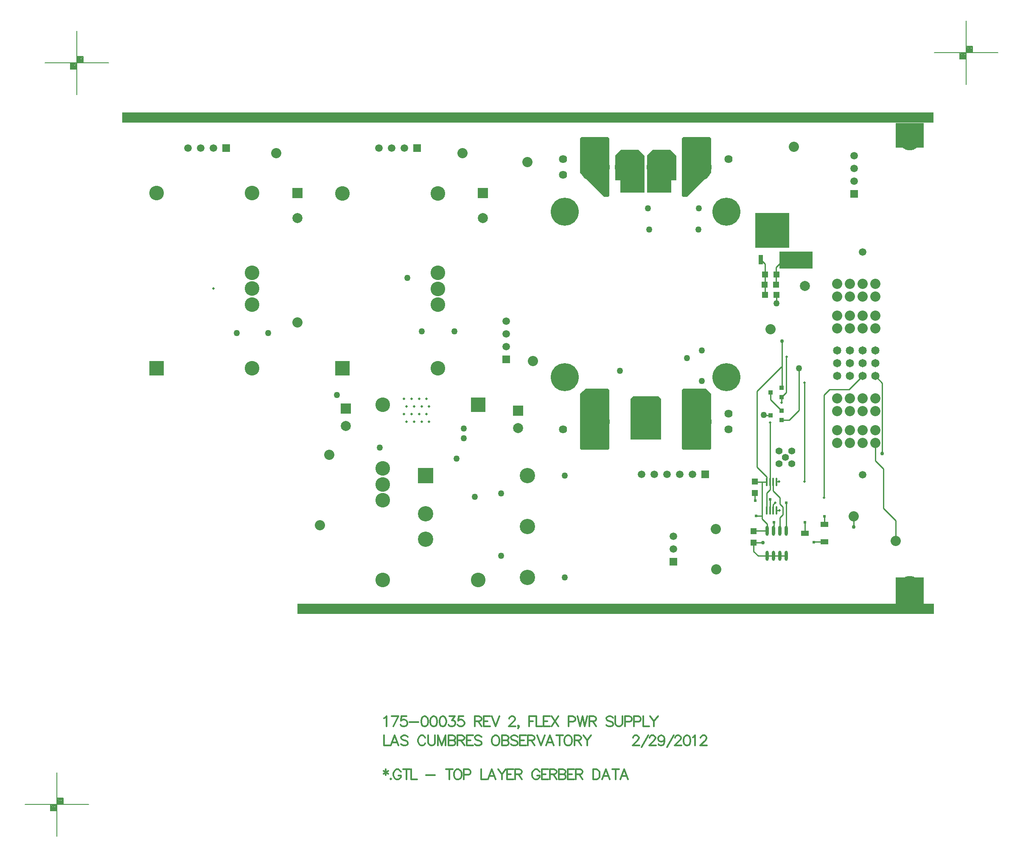
<source format=gtl>
%FSLAX23Y23*%
%MOIN*%
G70*
G01*
G75*
G04 Layer_Physical_Order=1*
G04 Layer_Color=255*
%ADD10R,0.036X0.036*%
%ADD11R,0.050X0.050*%
%ADD12R,0.059X0.039*%
%ADD13O,0.014X0.067*%
%ADD14O,0.024X0.079*%
%ADD15R,0.050X0.050*%
%ADD16R,0.268X0.272*%
%ADD17R,0.037X0.075*%
%ADD18C,0.010*%
%ADD19C,0.020*%
%ADD20C,0.012*%
%ADD21R,5.000X0.079*%
%ADD22R,0.221X0.206*%
%ADD23R,6.378X0.079*%
%ADD24R,0.221X0.197*%
%ADD25R,0.262X0.135*%
%ADD26C,0.008*%
%ADD27C,0.012*%
%ADD28C,0.012*%
%ADD29R,0.059X0.059*%
%ADD30C,0.059*%
%ADD31C,0.157*%
%ADD32C,0.080*%
%ADD33C,0.079*%
%ADD34R,0.079X0.079*%
%ADD35R,0.120X0.120*%
%ADD36C,0.120*%
%ADD37C,0.055*%
%ADD38C,0.065*%
%ADD39C,0.115*%
%ADD40R,0.115X0.115*%
%ADD41C,0.037*%
%ADD42C,0.233*%
%ADD43C,0.220*%
%ADD44C,0.064*%
%ADD45C,0.020*%
%ADD46R,0.059X0.059*%
%ADD47C,0.030*%
%ADD48C,0.050*%
%ADD49C,0.024*%
G36*
X51249Y33557D02*
Y33237D01*
X51009D01*
Y33557D01*
X51029Y33577D01*
X51229D01*
X51249Y33557D01*
D02*
G37*
G36*
X51644Y33597D02*
Y33167D01*
X51634Y33157D01*
X51424D01*
X51414Y33167D01*
Y33627D01*
X51424Y33637D01*
X51599D01*
X51644Y33597D01*
D02*
G37*
G36*
X50844Y33627D02*
Y33167D01*
X50834Y33157D01*
X50624D01*
X50614Y33167D01*
Y33597D01*
X50659Y33637D01*
X50834D01*
X50844Y33627D01*
D02*
G37*
G36*
Y35602D02*
Y35152D01*
X50834Y35142D01*
X50804D01*
X50614Y35332D01*
Y35602D01*
X50624Y35612D01*
X50834D01*
X50844Y35602D01*
D02*
G37*
G36*
X51369Y35467D02*
Y35272D01*
X51329D01*
Y35177D01*
X51139D01*
Y35467D01*
X51184Y35512D01*
X51324D01*
X51369Y35467D01*
D02*
G37*
G36*
X51119D02*
Y35177D01*
X50929D01*
Y35272D01*
X50889D01*
Y35467D01*
X50934Y35512D01*
X51074D01*
X51119Y35467D01*
D02*
G37*
G36*
X51644Y35602D02*
Y35332D01*
X51454Y35142D01*
X51424D01*
X51414Y35152D01*
Y35602D01*
X51424Y35612D01*
X51634D01*
X51644Y35602D01*
D02*
G37*
D10*
X52195Y33643D02*
D03*
X52109Y33606D02*
D03*
X52195Y33569D02*
D03*
Y33463D02*
D03*
X52109Y33426D02*
D03*
X52195Y33389D02*
D03*
D11*
X51978Y32425D02*
D03*
Y32515D02*
D03*
X51988Y32815D02*
D03*
Y32905D02*
D03*
D12*
X52534Y32569D02*
D03*
X52381Y32500D02*
D03*
X52534Y32431D02*
D03*
D13*
X52156Y32902D02*
D03*
X52130D02*
D03*
X52105D02*
D03*
X52079D02*
D03*
X52156Y32678D02*
D03*
X52130D02*
D03*
X52105D02*
D03*
X52079D02*
D03*
D14*
X52233Y32519D02*
D03*
X52183D02*
D03*
X52133D02*
D03*
X52083D02*
D03*
X52233Y32322D02*
D03*
X52183D02*
D03*
X52133D02*
D03*
X52083D02*
D03*
D15*
X52066Y34371D02*
D03*
X52156D02*
D03*
X52154Y34451D02*
D03*
X52064D02*
D03*
X52157Y34531D02*
D03*
X52067D02*
D03*
D16*
X52124Y34879D02*
D03*
D17*
X52213Y34649D02*
D03*
X52034D02*
D03*
D18*
X53093Y32440D02*
Y32599D01*
X52995Y32697D02*
X53093Y32599D01*
X52995Y32697D02*
Y33006D01*
X52200Y33807D02*
Y34010D01*
Y33647D02*
Y33807D01*
X52194D02*
X52200D01*
X52079Y32902D02*
Y32942D01*
X52050Y32425D02*
X52051Y32426D01*
X51978Y32425D02*
X52050D01*
X52529Y32780D02*
Y33585D01*
X52333Y33465D02*
Y33795D01*
X52256Y33389D02*
X52333Y33465D01*
X51978Y32357D02*
X52013Y32322D01*
X51978Y32357D02*
Y32425D01*
X52534Y32569D02*
Y32631D01*
X52061Y33426D02*
X52109D01*
X52058Y33429D02*
X52061Y33426D01*
X52013Y32322D02*
X52083D01*
X52133D01*
X52183D01*
X52233D01*
X51981Y32519D02*
X52083D01*
X51978Y32515D02*
X51981Y32519D01*
X52105Y32678D02*
Y32764D01*
X52130Y32832D02*
X52183Y32780D01*
X52130Y32832D02*
Y32902D01*
X52381Y32500D02*
Y32584D01*
X52381Y32584D02*
X52381Y32584D01*
X52135Y32521D02*
Y32585D01*
X52133Y32519D02*
X52135Y32521D01*
X52452Y32431D02*
X52534D01*
X52451Y32430D02*
X52452Y32431D01*
X51988Y32905D02*
X51990Y32902D01*
X52083Y32519D02*
Y32573D01*
X52044Y32612D02*
X52083Y32573D01*
X51990Y32902D02*
X52044D01*
X52079D01*
X52534Y32632D02*
X52534Y32631D01*
X52044Y32612D02*
Y32634D01*
Y32902D01*
X51995Y32634D02*
X52044D01*
X51988Y32757D02*
Y32815D01*
Y32757D02*
X51989Y32756D01*
X52529Y33585D02*
X52574Y33630D01*
X52762Y32550D02*
Y32631D01*
X52183Y32728D02*
Y32780D01*
Y32519D02*
Y32622D01*
X52156Y32678D02*
X52179D01*
X52233Y32519D02*
Y32738D01*
X52183Y32728D02*
X52207Y32704D01*
X52183Y32622D02*
X52207Y32646D01*
Y32704D01*
X52130Y32678D02*
Y32724D01*
X52146Y32740D01*
X52079Y32678D02*
X52079Y32678D01*
X52079Y32678D02*
Y32816D01*
X52106Y32843D01*
X52109Y33549D02*
Y33606D01*
Y33549D02*
X52195Y33463D01*
X52002Y33615D02*
X52194Y33807D01*
X52002Y33019D02*
X52079Y32942D01*
X52002Y33019D02*
Y33615D01*
X52195Y33389D02*
X52256D01*
X52106Y33367D02*
X52107Y33368D01*
X52196Y33527D02*
Y33568D01*
X52195Y33569D02*
X52196Y33568D01*
X52106Y32843D02*
Y33367D01*
X52195Y33569D02*
X52234Y33607D01*
Y33886D01*
X52235Y33887D01*
X52378Y32906D02*
Y33681D01*
X52173Y32902D02*
X52176Y32905D01*
X52159D02*
X52176D01*
X52932Y33069D02*
X52995Y33006D01*
X52932Y33069D02*
Y33170D01*
X52574Y33630D02*
X52728D01*
X52832Y33735D01*
X52986Y33126D02*
Y33680D01*
X52932Y33735D02*
X52986Y33680D01*
X52034Y34649D02*
X52066Y34617D01*
Y34371D02*
Y34617D01*
X52154Y34590D02*
X52213Y34649D01*
X52154Y34451D02*
Y34590D01*
X52156Y34306D02*
Y34371D01*
Y34306D02*
X52156Y34306D01*
D19*
X52195Y33643D02*
X52200Y33647D01*
D20*
X49088Y30644D02*
Y30598D01*
X49069Y30633D02*
X49107Y30610D01*
Y30633D02*
X49069Y30610D01*
X49127Y30572D02*
X49123Y30568D01*
X49127Y30564D01*
X49131Y30568D01*
X49127Y30572D01*
X49205Y30625D02*
X49201Y30633D01*
X49194Y30640D01*
X49186Y30644D01*
X49171D01*
X49163Y30640D01*
X49156Y30633D01*
X49152Y30625D01*
X49148Y30614D01*
Y30594D01*
X49152Y30583D01*
X49156Y30575D01*
X49163Y30568D01*
X49171Y30564D01*
X49186D01*
X49194Y30568D01*
X49201Y30575D01*
X49205Y30583D01*
Y30594D01*
X49186D02*
X49205D01*
X49250Y30644D02*
Y30564D01*
X49224Y30644D02*
X49277D01*
X49286D02*
Y30564D01*
X49332D01*
X49404Y30598D02*
X49472D01*
X49585Y30644D02*
Y30564D01*
X49559Y30644D02*
X49612D01*
X49644D02*
X49637Y30640D01*
X49629Y30633D01*
X49625Y30625D01*
X49622Y30614D01*
Y30594D01*
X49625Y30583D01*
X49629Y30575D01*
X49637Y30568D01*
X49644Y30564D01*
X49660D01*
X49667Y30568D01*
X49675Y30575D01*
X49679Y30583D01*
X49683Y30594D01*
Y30614D01*
X49679Y30625D01*
X49675Y30633D01*
X49667Y30640D01*
X49660Y30644D01*
X49644D01*
X49701Y30602D02*
X49735D01*
X49747Y30606D01*
X49751Y30610D01*
X49754Y30617D01*
Y30629D01*
X49751Y30636D01*
X49747Y30640D01*
X49735Y30644D01*
X49701D01*
Y30564D01*
X49835Y30644D02*
Y30564D01*
X49881D01*
X49951D02*
X49920Y30644D01*
X49890Y30564D01*
X49901Y30591D02*
X49939D01*
X49969Y30644D02*
X50000Y30606D01*
Y30564D01*
X50030Y30644D02*
X50000Y30606D01*
X50090Y30644D02*
X50041D01*
Y30564D01*
X50090D01*
X50041Y30606D02*
X50071D01*
X50103Y30644D02*
Y30564D01*
Y30644D02*
X50138D01*
X50149Y30640D01*
X50153Y30636D01*
X50157Y30629D01*
Y30621D01*
X50153Y30614D01*
X50149Y30610D01*
X50138Y30606D01*
X50103D01*
X50130D02*
X50157Y30564D01*
X50295Y30625D02*
X50291Y30633D01*
X50283Y30640D01*
X50276Y30644D01*
X50260D01*
X50253Y30640D01*
X50245Y30633D01*
X50241Y30625D01*
X50237Y30614D01*
Y30594D01*
X50241Y30583D01*
X50245Y30575D01*
X50253Y30568D01*
X50260Y30564D01*
X50276D01*
X50283Y30568D01*
X50291Y30575D01*
X50295Y30583D01*
Y30594D01*
X50276D02*
X50295D01*
X50362Y30644D02*
X50313D01*
Y30564D01*
X50362D01*
X50313Y30606D02*
X50343D01*
X50376Y30644D02*
Y30564D01*
Y30644D02*
X50410D01*
X50421Y30640D01*
X50425Y30636D01*
X50429Y30629D01*
Y30621D01*
X50425Y30614D01*
X50421Y30610D01*
X50410Y30606D01*
X50376D01*
X50402D02*
X50429Y30564D01*
X50447Y30644D02*
Y30564D01*
Y30644D02*
X50481D01*
X50493Y30640D01*
X50496Y30636D01*
X50500Y30629D01*
Y30621D01*
X50496Y30614D01*
X50493Y30610D01*
X50481Y30606D01*
X50447D02*
X50481D01*
X50493Y30602D01*
X50496Y30598D01*
X50500Y30591D01*
Y30579D01*
X50496Y30572D01*
X50493Y30568D01*
X50481Y30564D01*
X50447D01*
X50568Y30644D02*
X50518D01*
Y30564D01*
X50568D01*
X50518Y30606D02*
X50549D01*
X50581Y30644D02*
Y30564D01*
Y30644D02*
X50615D01*
X50627Y30640D01*
X50631Y30636D01*
X50634Y30629D01*
Y30621D01*
X50631Y30614D01*
X50627Y30610D01*
X50615Y30606D01*
X50581D01*
X50608D02*
X50634Y30564D01*
X50715Y30644D02*
Y30564D01*
Y30644D02*
X50742D01*
X50753Y30640D01*
X50761Y30633D01*
X50765Y30625D01*
X50768Y30614D01*
Y30594D01*
X50765Y30583D01*
X50761Y30575D01*
X50753Y30568D01*
X50742Y30564D01*
X50715D01*
X50847D02*
X50817Y30644D01*
X50786Y30564D01*
X50798Y30591D02*
X50836D01*
X50893Y30644D02*
Y30564D01*
X50866Y30644D02*
X50919D01*
X50990Y30564D02*
X50959Y30644D01*
X50929Y30564D01*
X50940Y30591D02*
X50978D01*
D21*
X50892Y31905D02*
D03*
D22*
X53203Y32048D02*
D03*
D23*
X50203Y35764D02*
D03*
D24*
X53203Y35626D02*
D03*
D25*
X52309Y34644D02*
D03*
D26*
X46410Y36197D02*
X46910D01*
X46660Y35947D02*
Y36447D01*
X46710Y36197D02*
Y36247D01*
X46660D02*
X46710D01*
X46610Y36147D02*
Y36197D01*
Y36147D02*
X46660D01*
X46615Y36192D02*
X46655D01*
X46615Y36152D02*
Y36192D01*
Y36152D02*
X46655D01*
Y36192D01*
X46620Y36187D02*
X46650D01*
X46620Y36157D02*
Y36187D01*
Y36157D02*
X46650D01*
Y36182D01*
X46625D02*
X46645D01*
X46625Y36162D02*
Y36182D01*
Y36162D02*
X46645D01*
Y36177D01*
X46630D02*
X46640D01*
X46630Y36167D02*
Y36177D01*
Y36167D02*
X46640D01*
Y36177D01*
X46630Y36172D02*
X46640D01*
X46665Y36242D02*
X46705D01*
X46665Y36202D02*
Y36242D01*
Y36202D02*
X46705D01*
Y36242D01*
X46670Y36237D02*
X46700D01*
X46670Y36207D02*
Y36237D01*
Y36207D02*
X46700D01*
Y36232D01*
X46675D02*
X46695D01*
X46675Y36212D02*
Y36232D01*
Y36212D02*
X46695D01*
Y36227D01*
X46680D02*
X46690D01*
X46680Y36217D02*
Y36227D01*
Y36217D02*
X46690D01*
Y36227D01*
X46680Y36222D02*
X46690D01*
X46252Y30370D02*
X46752D01*
X46502Y30120D02*
Y30620D01*
X46552Y30370D02*
Y30420D01*
X46502D02*
X46552D01*
X46452Y30320D02*
Y30370D01*
Y30320D02*
X46502D01*
X46457Y30365D02*
X46497D01*
X46457Y30325D02*
Y30365D01*
Y30325D02*
X46497D01*
Y30365D01*
X46462Y30360D02*
X46492D01*
X46462Y30330D02*
Y30360D01*
Y30330D02*
X46492D01*
Y30355D01*
X46467D02*
X46487D01*
X46467Y30335D02*
Y30355D01*
Y30335D02*
X46487D01*
Y30350D01*
X46472D02*
X46482D01*
X46472Y30340D02*
Y30350D01*
Y30340D02*
X46482D01*
Y30350D01*
X46472Y30345D02*
X46482D01*
X46507Y30415D02*
X46547D01*
X46507Y30375D02*
Y30415D01*
Y30375D02*
X46547D01*
Y30415D01*
X46512Y30410D02*
X46542D01*
X46512Y30380D02*
Y30410D01*
Y30380D02*
X46542D01*
Y30405D01*
X46517D02*
X46537D01*
X46517Y30385D02*
Y30405D01*
Y30385D02*
X46537D01*
Y30400D01*
X46522D02*
X46532D01*
X46522Y30390D02*
Y30400D01*
Y30390D02*
X46532D01*
Y30400D01*
X46522Y30395D02*
X46532D01*
X53398Y36275D02*
X53898D01*
X53648Y36025D02*
Y36525D01*
X53698Y36275D02*
Y36325D01*
X53648D02*
X53698D01*
X53598Y36225D02*
Y36275D01*
Y36225D02*
X53648D01*
X53603Y36270D02*
X53643D01*
X53603Y36230D02*
Y36270D01*
Y36230D02*
X53643D01*
Y36270D01*
X53608Y36265D02*
X53638D01*
X53608Y36235D02*
Y36265D01*
Y36235D02*
X53638D01*
Y36260D01*
X53613D02*
X53633D01*
X53613Y36240D02*
Y36260D01*
Y36240D02*
X53633D01*
Y36255D01*
X53618D02*
X53628D01*
X53618Y36245D02*
Y36255D01*
Y36245D02*
X53628D01*
Y36255D01*
X53618Y36250D02*
X53628D01*
X53653Y36320D02*
X53693D01*
X53653Y36280D02*
Y36320D01*
Y36280D02*
X53693D01*
Y36320D01*
X53658Y36315D02*
X53688D01*
X53658Y36285D02*
Y36315D01*
Y36285D02*
X53688D01*
Y36310D01*
X53663D02*
X53683D01*
X53663Y36290D02*
Y36310D01*
Y36290D02*
X53683D01*
Y36305D01*
X53668D02*
X53678D01*
X53668Y36295D02*
Y36305D01*
Y36295D02*
X53678D01*
Y36305D01*
X53668Y36300D02*
X53678D01*
D27*
X49073Y30911D02*
Y30831D01*
X49119D01*
X49188D02*
X49158Y30911D01*
X49127Y30831D01*
X49139Y30857D02*
X49177D01*
X49260Y30899D02*
X49253Y30907D01*
X49241Y30911D01*
X49226D01*
X49215Y30907D01*
X49207Y30899D01*
Y30892D01*
X49211Y30884D01*
X49215Y30880D01*
X49222Y30876D01*
X49245Y30869D01*
X49253Y30865D01*
X49257Y30861D01*
X49260Y30853D01*
Y30842D01*
X49253Y30834D01*
X49241Y30831D01*
X49226D01*
X49215Y30834D01*
X49207Y30842D01*
X49398Y30892D02*
X49394Y30899D01*
X49387Y30907D01*
X49379Y30911D01*
X49364D01*
X49356Y30907D01*
X49349Y30899D01*
X49345Y30892D01*
X49341Y30880D01*
Y30861D01*
X49345Y30850D01*
X49349Y30842D01*
X49356Y30834D01*
X49364Y30831D01*
X49379D01*
X49387Y30834D01*
X49394Y30842D01*
X49398Y30850D01*
X49421Y30911D02*
Y30853D01*
X49425Y30842D01*
X49432Y30834D01*
X49444Y30831D01*
X49451D01*
X49463Y30834D01*
X49470Y30842D01*
X49474Y30853D01*
Y30911D01*
X49496D02*
Y30831D01*
Y30911D02*
X49527Y30831D01*
X49557Y30911D02*
X49527Y30831D01*
X49557Y30911D02*
Y30831D01*
X49580Y30911D02*
Y30831D01*
Y30911D02*
X49614D01*
X49626Y30907D01*
X49629Y30903D01*
X49633Y30895D01*
Y30888D01*
X49629Y30880D01*
X49626Y30876D01*
X49614Y30872D01*
X49580D02*
X49614D01*
X49626Y30869D01*
X49629Y30865D01*
X49633Y30857D01*
Y30846D01*
X49629Y30838D01*
X49626Y30834D01*
X49614Y30831D01*
X49580D01*
X49651Y30911D02*
Y30831D01*
Y30911D02*
X49685D01*
X49697Y30907D01*
X49701Y30903D01*
X49705Y30895D01*
Y30888D01*
X49701Y30880D01*
X49697Y30876D01*
X49685Y30872D01*
X49651D01*
X49678D02*
X49705Y30831D01*
X49772Y30911D02*
X49722D01*
Y30831D01*
X49772D01*
X49722Y30872D02*
X49753D01*
X49839Y30899D02*
X49831Y30907D01*
X49820Y30911D01*
X49804D01*
X49793Y30907D01*
X49785Y30899D01*
Y30892D01*
X49789Y30884D01*
X49793Y30880D01*
X49800Y30876D01*
X49823Y30869D01*
X49831Y30865D01*
X49835Y30861D01*
X49839Y30853D01*
Y30842D01*
X49831Y30834D01*
X49820Y30831D01*
X49804D01*
X49793Y30834D01*
X49785Y30842D01*
X49942Y30911D02*
X49935Y30907D01*
X49927Y30899D01*
X49923Y30892D01*
X49919Y30880D01*
Y30861D01*
X49923Y30850D01*
X49927Y30842D01*
X49935Y30834D01*
X49942Y30831D01*
X49957D01*
X49965Y30834D01*
X49973Y30842D01*
X49976Y30850D01*
X49980Y30861D01*
Y30880D01*
X49976Y30892D01*
X49973Y30899D01*
X49965Y30907D01*
X49957Y30911D01*
X49942D01*
X49999D02*
Y30831D01*
Y30911D02*
X50033D01*
X50045Y30907D01*
X50048Y30903D01*
X50052Y30895D01*
Y30888D01*
X50048Y30880D01*
X50045Y30876D01*
X50033Y30872D01*
X49999D02*
X50033D01*
X50045Y30869D01*
X50048Y30865D01*
X50052Y30857D01*
Y30846D01*
X50048Y30838D01*
X50045Y30834D01*
X50033Y30831D01*
X49999D01*
X50123Y30899D02*
X50116Y30907D01*
X50104Y30911D01*
X50089D01*
X50078Y30907D01*
X50070Y30899D01*
Y30892D01*
X50074Y30884D01*
X50078Y30880D01*
X50085Y30876D01*
X50108Y30869D01*
X50116Y30865D01*
X50120Y30861D01*
X50123Y30853D01*
Y30842D01*
X50116Y30834D01*
X50104Y30831D01*
X50089D01*
X50078Y30834D01*
X50070Y30842D01*
X50191Y30911D02*
X50141D01*
Y30831D01*
X50191D01*
X50141Y30872D02*
X50172D01*
X50204Y30911D02*
Y30831D01*
Y30911D02*
X50238D01*
X50250Y30907D01*
X50254Y30903D01*
X50258Y30895D01*
Y30888D01*
X50254Y30880D01*
X50250Y30876D01*
X50238Y30872D01*
X50204D01*
X50231D02*
X50258Y30831D01*
X50275Y30911D02*
X50306Y30831D01*
X50336Y30911D02*
X50306Y30831D01*
X50408D02*
X50377Y30911D01*
X50347Y30831D01*
X50358Y30857D02*
X50396D01*
X50453Y30911D02*
Y30831D01*
X50426Y30911D02*
X50480D01*
X50512D02*
X50504Y30907D01*
X50497Y30899D01*
X50493Y30892D01*
X50489Y30880D01*
Y30861D01*
X50493Y30850D01*
X50497Y30842D01*
X50504Y30834D01*
X50512Y30831D01*
X50527D01*
X50535Y30834D01*
X50542Y30842D01*
X50546Y30850D01*
X50550Y30861D01*
Y30880D01*
X50546Y30892D01*
X50542Y30899D01*
X50535Y30907D01*
X50527Y30911D01*
X50512D01*
X50569D02*
Y30831D01*
Y30911D02*
X50603D01*
X50614Y30907D01*
X50618Y30903D01*
X50622Y30895D01*
Y30888D01*
X50618Y30880D01*
X50614Y30876D01*
X50603Y30872D01*
X50569D01*
X50595D02*
X50622Y30831D01*
X50640Y30911D02*
X50670Y30872D01*
Y30831D01*
X50701Y30911D02*
X50670Y30872D01*
X51029Y30892D02*
Y30895D01*
X51033Y30903D01*
X51037Y30907D01*
X51044Y30911D01*
X51060D01*
X51067Y30907D01*
X51071Y30903D01*
X51075Y30895D01*
Y30888D01*
X51071Y30880D01*
X51063Y30869D01*
X51025Y30831D01*
X51079D01*
X51097Y30819D02*
X51150Y30911D01*
X51159Y30892D02*
Y30895D01*
X51163Y30903D01*
X51167Y30907D01*
X51174Y30911D01*
X51190D01*
X51197Y30907D01*
X51201Y30903D01*
X51205Y30895D01*
Y30888D01*
X51201Y30880D01*
X51193Y30869D01*
X51155Y30831D01*
X51209D01*
X51276Y30884D02*
X51272Y30872D01*
X51265Y30865D01*
X51253Y30861D01*
X51249D01*
X51238Y30865D01*
X51230Y30872D01*
X51226Y30884D01*
Y30888D01*
X51230Y30899D01*
X51238Y30907D01*
X51249Y30911D01*
X51253D01*
X51265Y30907D01*
X51272Y30899D01*
X51276Y30884D01*
Y30865D01*
X51272Y30846D01*
X51265Y30834D01*
X51253Y30831D01*
X51246D01*
X51234Y30834D01*
X51230Y30842D01*
X51298Y30819D02*
X51351Y30911D01*
X51360Y30892D02*
Y30895D01*
X51364Y30903D01*
X51368Y30907D01*
X51375Y30911D01*
X51391D01*
X51398Y30907D01*
X51402Y30903D01*
X51406Y30895D01*
Y30888D01*
X51402Y30880D01*
X51394Y30869D01*
X51356Y30831D01*
X51410D01*
X51450Y30911D02*
X51439Y30907D01*
X51431Y30895D01*
X51428Y30876D01*
Y30865D01*
X51431Y30846D01*
X51439Y30834D01*
X51450Y30831D01*
X51458D01*
X51469Y30834D01*
X51477Y30846D01*
X51481Y30865D01*
Y30876D01*
X51477Y30895D01*
X51469Y30907D01*
X51458Y30911D01*
X51450D01*
X51499Y30895D02*
X51506Y30899D01*
X51518Y30911D01*
Y30831D01*
X51561Y30892D02*
Y30895D01*
X51565Y30903D01*
X51569Y30907D01*
X51576Y30911D01*
X51592D01*
X51599Y30907D01*
X51603Y30903D01*
X51607Y30895D01*
Y30888D01*
X51603Y30880D01*
X51596Y30869D01*
X51557Y30831D01*
X51611D01*
D28*
X49073Y31045D02*
X49081Y31049D01*
X49092Y31061D01*
Y30981D01*
X49185Y31061D02*
X49147Y30981D01*
X49132Y31061D02*
X49185D01*
X49249D02*
X49211D01*
X49207Y31026D01*
X49211Y31030D01*
X49222Y31034D01*
X49233D01*
X49245Y31030D01*
X49252Y31022D01*
X49256Y31011D01*
Y31003D01*
X49252Y30992D01*
X49245Y30984D01*
X49233Y30981D01*
X49222D01*
X49211Y30984D01*
X49207Y30988D01*
X49203Y30996D01*
X49274Y31015D02*
X49343D01*
X49389Y31061D02*
X49378Y31057D01*
X49370Y31045D01*
X49366Y31026D01*
Y31015D01*
X49370Y30996D01*
X49378Y30984D01*
X49389Y30981D01*
X49397D01*
X49408Y30984D01*
X49416Y30996D01*
X49420Y31015D01*
Y31026D01*
X49416Y31045D01*
X49408Y31057D01*
X49397Y31061D01*
X49389D01*
X49460D02*
X49449Y31057D01*
X49441Y31045D01*
X49438Y31026D01*
Y31015D01*
X49441Y30996D01*
X49449Y30984D01*
X49460Y30981D01*
X49468D01*
X49479Y30984D01*
X49487Y30996D01*
X49491Y31015D01*
Y31026D01*
X49487Y31045D01*
X49479Y31057D01*
X49468Y31061D01*
X49460D01*
X49532D02*
X49520Y31057D01*
X49513Y31045D01*
X49509Y31026D01*
Y31015D01*
X49513Y30996D01*
X49520Y30984D01*
X49532Y30981D01*
X49539D01*
X49551Y30984D01*
X49558Y30996D01*
X49562Y31015D01*
Y31026D01*
X49558Y31045D01*
X49551Y31057D01*
X49539Y31061D01*
X49532D01*
X49588D02*
X49629D01*
X49607Y31030D01*
X49618D01*
X49626Y31026D01*
X49629Y31022D01*
X49633Y31011D01*
Y31003D01*
X49629Y30992D01*
X49622Y30984D01*
X49610Y30981D01*
X49599D01*
X49588Y30984D01*
X49584Y30988D01*
X49580Y30996D01*
X49697Y31061D02*
X49659D01*
X49655Y31026D01*
X49659Y31030D01*
X49670Y31034D01*
X49682D01*
X49693Y31030D01*
X49701Y31022D01*
X49705Y31011D01*
Y31003D01*
X49701Y30992D01*
X49693Y30984D01*
X49682Y30981D01*
X49670D01*
X49659Y30984D01*
X49655Y30988D01*
X49651Y30996D01*
X49785Y31061D02*
Y30981D01*
Y31061D02*
X49820D01*
X49831Y31057D01*
X49835Y31053D01*
X49839Y31045D01*
Y31038D01*
X49835Y31030D01*
X49831Y31026D01*
X49820Y31022D01*
X49785D01*
X49812D02*
X49839Y30981D01*
X49906Y31061D02*
X49856D01*
Y30981D01*
X49906D01*
X49856Y31022D02*
X49887D01*
X49919Y31061D02*
X49950Y30981D01*
X49980Y31061D02*
X49950Y30981D01*
X50057Y31042D02*
Y31045D01*
X50061Y31053D01*
X50065Y31057D01*
X50072Y31061D01*
X50088D01*
X50095Y31057D01*
X50099Y31053D01*
X50103Y31045D01*
Y31038D01*
X50099Y31030D01*
X50091Y31019D01*
X50053Y30981D01*
X50107D01*
X50132Y30984D02*
X50128Y30981D01*
X50125Y30984D01*
X50128Y30988D01*
X50132Y30984D01*
Y30977D01*
X50128Y30969D01*
X50125Y30965D01*
X50213Y31061D02*
Y30981D01*
Y31061D02*
X50262D01*
X50213Y31022D02*
X50243D01*
X50271Y31061D02*
Y30981D01*
X50317D01*
X50375Y31061D02*
X50326D01*
Y30981D01*
X50375D01*
X50326Y31022D02*
X50356D01*
X50389Y31061D02*
X50442Y30981D01*
Y31061D02*
X50389Y30981D01*
X50523Y31019D02*
X50557D01*
X50568Y31022D01*
X50572Y31026D01*
X50576Y31034D01*
Y31045D01*
X50572Y31053D01*
X50568Y31057D01*
X50557Y31061D01*
X50523D01*
Y30981D01*
X50594Y31061D02*
X50613Y30981D01*
X50632Y31061D02*
X50613Y30981D01*
X50632Y31061D02*
X50651Y30981D01*
X50670Y31061D02*
X50651Y30981D01*
X50686Y31061D02*
Y30981D01*
Y31061D02*
X50720D01*
X50732Y31057D01*
X50736Y31053D01*
X50739Y31045D01*
Y31038D01*
X50736Y31030D01*
X50732Y31026D01*
X50720Y31022D01*
X50686D01*
X50713D02*
X50739Y30981D01*
X50873Y31049D02*
X50866Y31057D01*
X50854Y31061D01*
X50839D01*
X50828Y31057D01*
X50820Y31049D01*
Y31042D01*
X50824Y31034D01*
X50828Y31030D01*
X50835Y31026D01*
X50858Y31019D01*
X50866Y31015D01*
X50870Y31011D01*
X50873Y31003D01*
Y30992D01*
X50866Y30984D01*
X50854Y30981D01*
X50839D01*
X50828Y30984D01*
X50820Y30992D01*
X50891Y31061D02*
Y31003D01*
X50895Y30992D01*
X50903Y30984D01*
X50914Y30981D01*
X50922D01*
X50933Y30984D01*
X50941Y30992D01*
X50945Y31003D01*
Y31061D01*
X50967Y31019D02*
X51001D01*
X51012Y31022D01*
X51016Y31026D01*
X51020Y31034D01*
Y31045D01*
X51016Y31053D01*
X51012Y31057D01*
X51001Y31061D01*
X50967D01*
Y30981D01*
X51038Y31019D02*
X51072D01*
X51084Y31022D01*
X51087Y31026D01*
X51091Y31034D01*
Y31045D01*
X51087Y31053D01*
X51084Y31057D01*
X51072Y31061D01*
X51038D01*
Y30981D01*
X51109Y31061D02*
Y30981D01*
X51155D01*
X51164Y31061D02*
X51194Y31022D01*
Y30981D01*
X51225Y31061D02*
X51194Y31022D01*
D29*
X51345Y32277D02*
D03*
X52767Y35166D02*
D03*
X50032Y33866D02*
D03*
D30*
X51345Y32377D02*
D03*
Y32477D02*
D03*
X52832Y32960D02*
D03*
Y34710D02*
D03*
X51497Y32961D02*
D03*
X51397D02*
D03*
X51297D02*
D03*
X51197D02*
D03*
X51097D02*
D03*
X49232Y35526D02*
D03*
X49132D02*
D03*
X49032D02*
D03*
X52767Y35266D02*
D03*
Y35366D02*
D03*
Y35466D02*
D03*
X47732Y35526D02*
D03*
X47632D02*
D03*
X47532D02*
D03*
X50032Y33966D02*
D03*
Y34066D02*
D03*
Y34166D02*
D03*
D31*
X53203Y32085D02*
D03*
Y35585D02*
D03*
D32*
X50244Y33851D02*
D03*
X51679Y32531D02*
D03*
X51684Y32216D02*
D03*
X49691Y35485D02*
D03*
X48225D02*
D03*
X52109Y34101D02*
D03*
X53093Y32440D02*
D03*
X52294Y35536D02*
D03*
X48394Y34156D02*
D03*
X50199Y35416D02*
D03*
X52762Y32631D02*
D03*
X48569Y32561D02*
D03*
X48644Y33116D02*
D03*
X52932Y34460D02*
D03*
X52832D02*
D03*
X52732D02*
D03*
X52632D02*
D03*
Y34360D02*
D03*
X52732D02*
D03*
X52832D02*
D03*
X52932D02*
D03*
X52632Y34210D02*
D03*
X52732D02*
D03*
X52832D02*
D03*
X52932D02*
D03*
X52632Y34110D02*
D03*
X52732D02*
D03*
X52832D02*
D03*
X52932D02*
D03*
Y33210D02*
D03*
X52832D02*
D03*
X52732D02*
D03*
X52632D02*
D03*
X52932Y33310D02*
D03*
X52832D02*
D03*
X52732D02*
D03*
X52632D02*
D03*
X52932Y33460D02*
D03*
X52832D02*
D03*
X52732D02*
D03*
X52632D02*
D03*
Y33560D02*
D03*
X52732D02*
D03*
X52832D02*
D03*
X52932D02*
D03*
D33*
X48392Y34976D02*
D03*
X48772Y33342D02*
D03*
X49849Y34976D02*
D03*
X50125Y33325D02*
D03*
X52381Y34643D02*
D03*
Y34443D02*
D03*
D34*
X48392Y35173D02*
D03*
X48772Y33480D02*
D03*
X49849Y35173D02*
D03*
X50125Y33463D02*
D03*
D35*
X49399Y32951D02*
D03*
D36*
Y32651D02*
D03*
Y32451D02*
D03*
X50199Y32151D02*
D03*
Y32551D02*
D03*
Y32951D02*
D03*
D37*
X52278Y33047D02*
D03*
X52178D02*
D03*
Y33147D02*
D03*
X52278D02*
D03*
X52228Y33097D02*
D03*
D38*
X52932Y33735D02*
D03*
X52832D02*
D03*
X52732D02*
D03*
X52632D02*
D03*
X52932Y33835D02*
D03*
X52832D02*
D03*
X52732D02*
D03*
X52632D02*
D03*
X52932Y33935D02*
D03*
X52832D02*
D03*
X52732D02*
D03*
X52632D02*
D03*
D39*
X48747Y35170D02*
D03*
X49497D02*
D03*
Y34545D02*
D03*
Y34420D02*
D03*
Y34295D02*
D03*
Y33795D02*
D03*
X48038Y33797D02*
D03*
Y34297D02*
D03*
Y34422D02*
D03*
Y34547D02*
D03*
Y35172D02*
D03*
X47288D02*
D03*
X49812Y32133D02*
D03*
X49062D02*
D03*
Y32758D02*
D03*
Y32883D02*
D03*
Y33008D02*
D03*
Y33508D02*
D03*
D40*
X48747Y33795D02*
D03*
X47288Y33797D02*
D03*
X49812Y33508D02*
D03*
D41*
X51439Y33197D02*
D03*
Y33237D02*
D03*
X51489Y33197D02*
D03*
X51614D02*
D03*
X51564D02*
D03*
X51614Y33237D02*
D03*
X51569Y33617D02*
D03*
X51512D02*
D03*
X51449D02*
D03*
Y33577D02*
D03*
Y33537D02*
D03*
X51512Y33577D02*
D03*
X51569D02*
D03*
X51609D02*
D03*
Y33537D02*
D03*
X51069D02*
D03*
X51189D02*
D03*
X51129D02*
D03*
X50649D02*
D03*
Y33577D02*
D03*
X50689D02*
D03*
X50747D02*
D03*
X50809Y33537D02*
D03*
Y33577D02*
D03*
Y33617D02*
D03*
X50747D02*
D03*
X50689D02*
D03*
X50644Y33237D02*
D03*
X50694Y33197D02*
D03*
X50644D02*
D03*
X50769D02*
D03*
X50819Y33237D02*
D03*
Y33197D02*
D03*
X51614Y35542D02*
D03*
X51564Y35582D02*
D03*
X51614D02*
D03*
X51494D02*
D03*
X51439Y35542D02*
D03*
Y35582D02*
D03*
X51494Y35222D02*
D03*
X51439Y35272D02*
D03*
X51444Y35222D02*
D03*
Y35172D02*
D03*
X51254Y35202D02*
D03*
X51299D02*
D03*
X51204D02*
D03*
X51054D02*
D03*
X50959D02*
D03*
X51004D02*
D03*
X50814Y35172D02*
D03*
Y35222D02*
D03*
X50819Y35272D02*
D03*
X50764Y35222D02*
D03*
X50819Y35582D02*
D03*
Y35542D02*
D03*
X50764Y35582D02*
D03*
X50644D02*
D03*
X50694D02*
D03*
X50644Y35542D02*
D03*
D42*
X51529Y35377D02*
D03*
X51254D02*
D03*
X51004D02*
D03*
X50729D02*
D03*
X51129Y33377D02*
D03*
X51529D02*
D03*
X50729D02*
D03*
D43*
X51764Y33727D02*
D03*
Y35027D02*
D03*
X50494D02*
D03*
Y33727D02*
D03*
D44*
X51779Y35440D02*
D03*
X50479Y35315D02*
D03*
Y35440D02*
D03*
X51779Y33314D02*
D03*
Y33439D02*
D03*
X50479Y33314D02*
D03*
D45*
X52045Y34958D02*
D03*
X52104D02*
D03*
X52163D02*
D03*
X52222D02*
D03*
X52202Y34899D02*
D03*
X52143D02*
D03*
X52084D02*
D03*
X52025D02*
D03*
X52045Y34840D02*
D03*
X52104D02*
D03*
X52163D02*
D03*
X52222D02*
D03*
X52202Y34781D02*
D03*
X52143D02*
D03*
X52084D02*
D03*
X52025D02*
D03*
X49428Y33377D02*
D03*
X49369D02*
D03*
X49310D02*
D03*
X49251D02*
D03*
X49231Y33436D02*
D03*
X49290D02*
D03*
X49349D02*
D03*
X49408D02*
D03*
X49428Y33495D02*
D03*
X49369D02*
D03*
X49310D02*
D03*
X49251D02*
D03*
X49231Y33554D02*
D03*
X49290D02*
D03*
X49349D02*
D03*
X49408D02*
D03*
X52529Y32780D02*
D03*
X52179Y32678D02*
D03*
X52146Y32740D02*
D03*
X52107Y33368D02*
D03*
X52196Y33527D02*
D03*
X52235Y33887D02*
D03*
X52378Y33681D02*
D03*
Y32906D02*
D03*
X52176Y32905D02*
D03*
X47734Y34421D02*
D03*
D46*
X51597Y32961D02*
D03*
X49332Y35526D02*
D03*
X47832D02*
D03*
D47*
X52200Y34010D02*
D03*
X52051Y32426D02*
D03*
X52986Y33126D02*
D03*
X52762Y32550D02*
D03*
D48*
X52333Y33795D02*
D03*
X52058Y33429D02*
D03*
X51454Y33876D02*
D03*
X51569Y33696D02*
D03*
X51147Y35053D02*
D03*
X51155Y34886D02*
D03*
X51542D02*
D03*
X51547Y35053D02*
D03*
X48164Y34071D02*
D03*
X47915D02*
D03*
X48704Y33586D02*
D03*
X49041Y33171D02*
D03*
X49644Y33086D02*
D03*
X49699Y33321D02*
D03*
Y33246D02*
D03*
X49371Y34086D02*
D03*
X49625D02*
D03*
X49787Y32786D02*
D03*
X49257Y34504D02*
D03*
X49994Y32322D02*
D03*
X50494Y32151D02*
D03*
Y32951D02*
D03*
X49994Y32811D02*
D03*
X50927Y33775D02*
D03*
X51569Y33935D02*
D03*
X52156Y34306D02*
D03*
D49*
X52381Y32584D02*
D03*
X52135Y32585D02*
D03*
X52451Y32430D02*
D03*
X52105Y32764D02*
D03*
X52534Y32632D02*
D03*
X51995Y32634D02*
D03*
X51989Y32756D02*
D03*
X52233Y32738D02*
D03*
M02*

</source>
